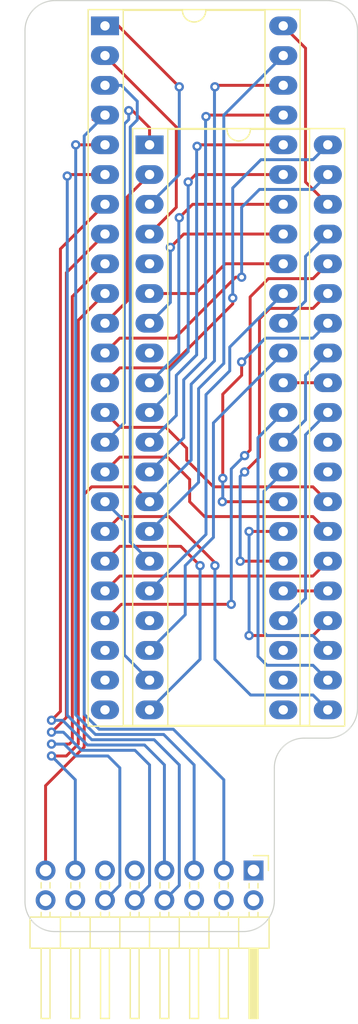
<source format=kicad_pcb>
(kicad_pcb (version 20221018) (generator pcbnew)
  (layers (0 "F.Cu" signal) (31 "B.Cu" signal) (34 "B.Paste" user) (35 "F.Paste" user) (36 "B.SilkS" user "B.Silkscreen") (37 "F.SilkS" user "F.Silkscreen") (38 "B.Mask" user) (39 "F.Mask" user) (44 "Edge.Cuts" user))
  (net 0 "")
  (net 1 "E01")
  (net 2 "E02")
  (net 3 "E03")
  (net 4 "E04")
  (net 5 "E05")
  (net 6 "E06")
  (net 7 "E07")
  (net 8 "E08")
  (net 9 "E09")
  (net 10 "E10")
  (net 11 "E11")
  (net 12 "E12")
  (net 13 "E13")
  (net 14 "E14")
  (net 15 "E15")
  (net 16 "E16")
  (net 17 "E17")
  (net 18 "E18")
  (net 19 "E19")
  (net 20 "E20")
  (net 21 "E21")
  (net 28 "E28")
  (net 29 "E29")
  (net 30 "E30")
  (net 31 "E31")
  (net 32 "E32")
  (net 33 "E33")
  (net 34 "E34")
  (net 35 "E35")
  (net 36 "E36")
  (net 37 "E37")
  (net 38 "E38")
  (net 39 "E39")
  (net 40 "E40")
  (net 41 "E41")
  (net 42 "E42")
  (net 43 "E43")
  (net 44 "E44")
  (net 45 "E45")
  (net 46 "E46")
  (net 47 "E47")
  (net 48 "E48")
  (footprint "Package_DIP:DIP-40_W15.24mm_Socket_LongPads" (layer "F.Cu") (at 147.066 70.993)
    (fp_text reference "J2")
    (fp_text value "To T48 socket")
    (fp_line (start -1.44 -1.39) (end -1.44 49.65) (stroke (width 0.12)) (layer "F.SilkS"))
    (fp_line (start -1.44 49.65) (end 16.68 49.65) (stroke (width 0.12)) (layer "F.SilkS"))
    (fp_line (start 1.56 -1.33) (end 1.56 49.59) (stroke (width 0.12)) (layer "F.SilkS"))
    (fp_line (start 1.56 49.59) (end 13.68 49.59) (stroke (width 0.12)) (layer "F.SilkS"))
    (fp_line (start 6.62 -1.33) (end 1.56 -1.33) (stroke (width 0.12)) (layer "F.SilkS"))
    (fp_line (start 13.68 -1.33) (end 8.62 -1.33) (stroke (width 0.12)) (layer "F.SilkS"))
    (fp_line (start 13.68 49.59) (end 13.68 -1.33) (stroke (width 0.12)) (layer "F.SilkS"))
    (fp_line (start 16.68 -1.39) (end -1.44 -1.39) (stroke (width 0.12)) (layer "F.SilkS"))
    (fp_line (start 16.68 49.65) (end 16.68 -1.39) (stroke (width 0.12)) (layer "F.SilkS"))
    (fp_arc (start 8.62 -1.33) (mid 7.62 -0.33) (end 6.62 -1.33) (stroke (width 0.12)) (layer "F.SilkS"))
    (pad "1" thru_hole rect (at 0 0) (size 2.4 1.6) (drill 0.8) (layers "*.Cu" "*.Mask") (net 15 "E15"))
    (pad "2" thru_hole oval (at 0 2.54) (size 2.4 1.6) (drill 0.8) (layers "*.Cu" "*.Mask") (net 11 "E11"))
    (pad "3" thru_hole oval (at 0 5.08) (size 2.4 1.6) (drill 0.8) (layers "*.Cu" "*.Mask") (net 1 "E01"))
    (pad "4" thru_hole oval (at 0 7.62) (size 2.4 1.6) (drill 0.8) (layers "*.Cu" "*.Mask") (net 2 "E02"))
    (pad "5" thru_hole oval (at 0 10.16) (size 2.4 1.6) (drill 0.8) (layers "*.Cu" "*.Mask"))
    (pad "6" thru_hole oval (at 0 12.7) (size 2.4 1.6) (drill 0.8) (layers "*.Cu" "*.Mask") (net 40 "E40"))
    (pad "7" thru_hole oval (at 0 15.24) (size 2.4 1.6) (drill 0.8) (layers "*.Cu" "*.Mask") (net 41 "E41"))
    (pad "8" thru_hole oval (at 0 17.78) (size 2.4 1.6) (drill 0.8) (layers "*.Cu" "*.Mask"))
    (pad "9" thru_hole oval (at 0 20.32) (size 2.4 1.6) (drill 0.8) (layers "*.Cu" "*.Mask") (net 42 "E42"))
    (pad "10" thru_hole oval (at 0 22.86) (size 2.4 1.6) (drill 0.8) (layers "*.Cu" "*.Mask") (net 43 "E43"))
    (pad "11" thru_hole oval (at 0 25.4) (size 2.4 1.6) (drill 0.8) (layers "*.Cu" "*.Mask") (net 44 "E44"))
    (pad "12" thru_hole oval (at 0 27.94) (size 2.4 1.6) (drill 0.8) (layers "*.Cu" "*.Mask") (net 45 "E45"))
    (pad "13" thru_hole oval (at 0 30.48) (size 2.4 1.6) (drill 0.8) (layers "*.Cu" "*.Mask") (net 46 "E46"))
    (pad "14" thru_hole oval (at 0 33.02) (size 2.4 1.6) (drill 0.8) (layers "*.Cu" "*.Mask") (net 47 "E47"))
    (pad "15" thru_hole oval (at 0 35.56) (size 2.4 1.6) (drill 0.8) (layers "*.Cu" "*.Mask") (net 3 "E03"))
    (pad "16" thru_hole oval (at 0 38.1) (size 2.4 1.6) (drill 0.8) (layers "*.Cu" "*.Mask") (net 39 "E39"))
    (pad "17" thru_hole oval (at 0 40.64) (size 2.4 1.6) (drill 0.8) (layers "*.Cu" "*.Mask"))
    (pad "18" thru_hole oval (at 0 43.18) (size 2.4 1.6) (drill 0.8) (layers "*.Cu" "*.Mask") (net 37 "E37"))
    (pad "19" thru_hole oval (at 0 45.72) (size 2.4 1.6) (drill 0.8) (layers "*.Cu" "*.Mask") (net 17 "E17"))
    (pad "20" thru_hole oval (at 0 48.26) (size 2.4 1.6) (drill 0.8) (layers "*.Cu" "*.Mask") (net 19 "E19"))
    (pad "21" thru_hole oval (at 15.24 48.26) (size 2.4 1.6) (drill 0.8) (layers "*.Cu" "*.Mask") (net 18 "E18"))
    (pad "22" thru_hole oval (at 15.24 45.72) (size 2.4 1.6) (drill 0.8) (layers "*.Cu" "*.Mask") (net 35 "E35"))
    (pad "23" thru_hole oval (at 15.24 43.18) (size 2.4 1.6) (drill 0.8) (layers "*.Cu" "*.Mask") (net 33 "E33"))
    (pad "24" thru_hole oval (at 15.24 40.64) (size 2.4 1.6) (drill 0.8) (layers "*.Cu" "*.Mask") (net 31 "E31"))
    (pad "25" thru_hole oval (at 15.24 38.1) (size 2.4 1.6) (drill 0.8) (layers "*.Cu" "*.Mask") (net 29 "E29"))
    (pad "26" thru_hole oval (at 15.24 35.56) (size 2.4 1.6) (drill 0.8) (layers "*.Cu" "*.Mask") (net 20 "E20"))
    (pad "27" thru_hole oval (at 15.24 33.02) (size 2.4 1.6) (drill 0.8) (layers "*.Cu" "*.Mask") (net 16 "E16"))
    (pad "28" thru_hole oval (at 15.24 30.48) (size 2.4 1.6) (drill 0.8) (layers "*.Cu" "*.Mask") (net 14 "E14"))
    (pad "29" thru_hole oval (at 15.24 27.94) (size 2.4 1.6) (drill 0.8) (layers "*.Cu" "*.Mask"))
    (pad "30" thru_hole oval (at 15.24 25.4) (size 2.4 1.6) (drill 0.8) (layers "*.Cu" "*.Mask"))
    (pad "31" thru_hole oval (at 15.24 22.86) (size 2.4 1.6) (drill 0.8) (layers "*.Cu" "*.Mask") (net 28 "E28"))
    (pad "32" thru_hole oval (at 15.24 20.32) (size 2.4 1.6) (drill 0.8) (layers "*.Cu" "*.Mask") (net 36 "E36"))
    (pad "33" thru_hole oval (at 15.24 17.78) (size 2.4 1.6) (drill 0.8) (layers "*.Cu" "*.Mask") (net 34 "E34"))
    (pad "34" thru_hole oval (at 15.24 15.24) (size 2.4 1.6) (drill 0.8) (layers "*.Cu" "*.Mask") (net 32 "E32"))
    (pad "35" thru_hole oval (at 15.24 12.7) (size 2.4 1.6) (drill 0.8) (layers "*.Cu" "*.Mask") (net 30 "E30"))
    (pad "36" thru_hole oval (at 15.24 10.16) (size 2.4 1.6) (drill 0.8) (layers "*.Cu" "*.Mask") (net 21 "E21"))
    (pad "37" thru_hole oval (at 15.24 7.62) (size 2.4 1.6) (drill 0.8) (layers "*.Cu" "*.Mask") (net 38 "E38"))
    (pad "38" thru_hole oval (at 15.24 5.08) (size 2.4 1.6) (drill 0.8) (layers "*.Cu" "*.Mask") (net 48 "E48"))
    (pad "39" thru_hole oval (at 15.24 2.54) (size 2.4 1.6) (drill 0.8) (layers "*.Cu" "*.Mask") (net 12 "E12"))
    (pad "40" thru_hole oval (at 15.24 0) (size 2.4 1.6) (drill 0.8) (layers "*.Cu" "*.Mask") (net 13 "E13"))
  )
  (footprint "Package_DIP:DIP-48_W15.24mm_Socket_LongPads" (layer "F.Cu") (at 143.256 60.833)
    (fp_text reference "J1")
    (fp_text value "EPROM")
    (fp_line (start -1.44 -1.39) (end -1.44 59.81) (stroke (width 0.12)) (layer "F.SilkS"))
    (fp_line (start -1.44 59.81) (end 16.68 59.81) (stroke (width 0.12)) (layer "F.SilkS"))
    (fp_line (start 1.56 -1.33) (end 1.56 59.75) (stroke (width 0.12)) (layer "F.SilkS"))
    (fp_line (start 1.56 59.75) (end 13.68 59.75) (stroke (width 0.12)) (layer "F.SilkS"))
    (fp_line (start 6.62 -1.33) (end 1.56 -1.33) (stroke (width 0.12)) (layer "F.SilkS"))
    (fp_line (start 13.68 -1.33) (end 8.62 -1.33) (stroke (width 0.12)) (layer "F.SilkS"))
    (fp_line (start 13.68 59.75) (end 13.68 -1.33) (stroke (width 0.12)) (layer "F.SilkS"))
    (fp_line (start 16.68 -1.39) (end -1.44 -1.39) (stroke (width 0.12)) (layer "F.SilkS"))
    (fp_line (start 16.68 59.81) (end 16.68 -1.39) (stroke (width 0.12)) (layer "F.SilkS"))
    (fp_arc (start 8.62 -1.33) (mid 7.62 -0.33) (end 6.62 -1.33) (stroke (width 0.12)) (layer "F.SilkS"))
    (pad "1" thru_hole rect (at 0 0) (size 2.4 1.6) (drill 0.8) (layers "*.Cu" "*.Mask") (net 1 "E01"))
    (pad "2" thru_hole oval (at 0 2.54) (size 2.4 1.6) (drill 0.8) (layers "*.Cu" "*.Mask") (net 2 "E02"))
    (pad "3" thru_hole oval (at 0 5.08) (size 2.4 1.6) (drill 0.8) (layers "*.Cu" "*.Mask") (net 3 "E03"))
    (pad "4" thru_hole oval (at 0 7.62) (size 2.4 1.6) (drill 0.8) (layers "*.Cu" "*.Mask") (net 4 "E04"))
    (pad "5" thru_hole oval (at 0 10.16) (size 2.4 1.6) (drill 0.8) (layers "*.Cu" "*.Mask") (net 5 "E05"))
    (pad "6" thru_hole oval (at 0 12.7) (size 2.4 1.6) (drill 0.8) (layers "*.Cu" "*.Mask") (net 6 "E06"))
    (pad "7" thru_hole oval (at 0 15.24) (size 2.4 1.6) (drill 0.8) (layers "*.Cu" "*.Mask") (net 7 "E07"))
    (pad "8" thru_hole oval (at 0 17.78) (size 2.4 1.6) (drill 0.8) (layers "*.Cu" "*.Mask") (net 8 "E08"))
    (pad "9" thru_hole oval (at 0 20.32) (size 2.4 1.6) (drill 0.8) (layers "*.Cu" "*.Mask") (net 9 "E09"))
    (pad "10" thru_hole oval (at 0 22.86) (size 2.4 1.6) (drill 0.8) (layers "*.Cu" "*.Mask") (net 10 "E10"))
    (pad "11" thru_hole oval (at 0 25.4) (size 2.4 1.6) (drill 0.8) (layers "*.Cu" "*.Mask") (net 11 "E11"))
    (pad "12" thru_hole oval (at 0 27.94) (size 2.4 1.6) (drill 0.8) (layers "*.Cu" "*.Mask") (net 12 "E12"))
    (pad "13" thru_hole oval (at 0 30.48) (size 2.4 1.6) (drill 0.8) (layers "*.Cu" "*.Mask") (net 13 "E13"))
    (pad "14" thru_hole oval (at 0 33.02) (size 2.4 1.6) (drill 0.8) (layers "*.Cu" "*.Mask") (net 14 "E14"))
    (pad "15" thru_hole oval (at 0 35.56) (size 2.4 1.6) (drill 0.8) (layers "*.Cu" "*.Mask") (net 15 "E15"))
    (pad "16" thru_hole oval (at 0 38.1) (size 2.4 1.6) (drill 0.8) (layers "*.Cu" "*.Mask") (net 16 "E16"))
    (pad "17" thru_hole oval (at 0 40.64) (size 2.4 1.6) (drill 0.8) (layers "*.Cu" "*.Mask") (net 17 "E17"))
    (pad "18" thru_hole oval (at 0 43.18) (size 2.4 1.6) (drill 0.8) (layers "*.Cu" "*.Mask") (net 18 "E18"))
    (pad "19" thru_hole oval (at 0 45.72) (size 2.4 1.6) (drill 0.8) (layers "*.Cu" "*.Mask") (net 19 "E19"))
    (pad "20" thru_hole oval (at 0 48.26) (size 2.4 1.6) (drill 0.8) (layers "*.Cu" "*.Mask") (net 20 "E20"))
    (pad "21" thru_hole oval (at 0 50.8) (size 2.4 1.6) (drill 0.8) (layers "*.Cu" "*.Mask") (net 21 "E21"))
    (pad "22" thru_hole oval (at 0 53.34) (size 2.4 1.6) (drill 0.8) (layers "*.Cu" "*.Mask"))
    (pad "23" thru_hole oval (at 0 55.88) (size 2.4 1.6) (drill 0.8) (layers "*.Cu" "*.Mask"))
    (pad "24" thru_hole oval (at 0 58.42) (size 2.4 1.6) (drill 0.8) (layers "*.Cu" "*.Mask"))
    (pad "25" thru_hole oval (at 15.24 58.42) (size 2.4 1.6) (drill 0.8) (layers "*.Cu" "*.Mask"))
    (pad "26" thru_hole oval (at 15.24 55.88) (size 2.4 1.6) (drill 0.8) (layers "*.Cu" "*.Mask"))
    (pad "27" thru_hole oval (at 15.24 53.34) (size 2.4 1.6) (drill 0.8) (layers "*.Cu" "*.Mask"))
    (pad "28" thru_hole oval (at 15.24 50.8) (size 2.4 1.6) (drill 0.8) (layers "*.Cu" "*.Mask") (net 28 "E28"))
    (pad "29" thru_hole oval (at 15.24 48.26) (size 2.4 1.6) (drill 0.8) (layers "*.Cu" "*.Mask") (net 29 "E29"))
    (pad "30" thru_hole oval (at 15.24 45.72) (size 2.4 1.6) (drill 0.8) (layers "*.Cu" "*.Mask") (net 30 "E30"))
    (pad "31" thru_hole oval (at 15.24 43.18) (size 2.4 1.6) (drill 0.8) (layers "*.Cu" "*.Mask") (net 31 "E31"))
    (pad "32" thru_hole oval (at 15.24 40.64) (size 2.4 1.6) (drill 0.8) (layers "*.Cu" "*.Mask") (net 32 "E32"))
    (pad "33" thru_hole oval (at 15.24 38.1) (size 2.4 1.6) (drill 0.8) (layers "*.Cu" "*.Mask") (net 33 "E33"))
    (pad "34" thru_hole oval (at 15.24 35.56) (size 2.4 1.6) (drill 0.8) (layers "*.Cu" "*.Mask") (net 34 "E34"))
    (pad "35" thru_hole oval (at 15.24 33.02) (size 2.4 1.6) (drill 0.8) (layers "*.Cu" "*.Mask") (net 35 "E35"))
    (pad "36" thru_hole oval (at 15.24 30.48) (size 2.4 1.6) (drill 0.8) (layers "*.Cu" "*.Mask") (net 36 "E36"))
    (pad "37" thru_hole oval (at 15.24 27.94) (size 2.4 1.6) (drill 0.8) (layers "*.Cu" "*.Mask") (net 37 "E37"))
    (pad "38" thru_hole oval (at 15.24 25.4) (size 2.4 1.6) (drill 0.8) (layers "*.Cu" "*.Mask") (net 38 "E38"))
    (pad "39" thru_hole oval (at 15.24 22.86) (size 2.4 1.6) (drill 0.8) (layers "*.Cu" "*.Mask") (net 39 "E39"))
    (pad "40" thru_hole oval (at 15.24 20.32) (size 2.4 1.6) (drill 0.8) (layers "*.Cu" "*.Mask") (net 40 "E40"))
    (pad "41" thru_hole oval (at 15.24 17.78) (size 2.4 1.6) (drill 0.8) (layers "*.Cu" "*.Mask") (net 41 "E41"))
    (pad "42" thru_hole oval (at 15.24 15.24) (size 2.4 1.6) (drill 0.8) (layers "*.Cu" "*.Mask") (net 42 "E42"))
    (pad "43" thru_hole oval (at 15.24 12.7) (size 2.4 1.6) (drill 0.8) (layers "*.Cu" "*.Mask") (net 43 "E43"))
    (pad "44" thru_hole oval (at 15.24 10.16) (size 2.4 1.6) (drill 0.8) (layers "*.Cu" "*.Mask") (net 44 "E44"))
    (pad "45" thru_hole oval (at 15.24 7.62) (size 2.4 1.6) (drill 0.8) (layers "*.Cu" "*.Mask") (net 45 "E45"))
    (pad "46" thru_hole oval (at 15.24 5.08) (size 2.4 1.6) (drill 0.8) (layers "*.Cu" "*.Mask") (net 46 "E46"))
    (pad "47" thru_hole oval (at 15.24 2.54) (size 2.4 1.6) (drill 0.8) (layers "*.Cu" "*.Mask") (net 47 "E47"))
    (pad "48" thru_hole oval (at 15.24 0) (size 2.4 1.6) (drill 0.8) (layers "*.Cu" "*.Mask") (net 48 "E48"))
  )
  (footprint "Connector_PinHeader_2.54mm:PinHeader_2x08_P2.54mm_Horizontal" (layer "F.Cu") (at 155.956 132.969 -90)
    (fp_text reference "J3")
    (fp_text value "To T48 ribbon")
    (fp_line (start -1.27 -1.27) (end 0 -1.27) (stroke (width 0.12)) (layer "F.SilkS"))
    (fp_line (start -1.27 0) (end -1.27 -1.27) (stroke (width 0.12)) (layer "F.SilkS"))
    (fp_line (start 1.042929 2.16) (end 1.497071 2.16) (stroke (width 0.12)) (layer "F.SilkS"))
    (fp_line (start 1.042929 2.92) (end 1.497071 2.92) (stroke (width 0.12)) (layer "F.SilkS"))
    (fp_line (start 1.042929 4.7) (end 1.497071 4.7) (stroke (width 0.12)) (layer "F.SilkS"))
    (fp_line (start 1.042929 5.46) (end 1.497071 5.46) (stroke (width 0.12)) (layer "F.SilkS"))
    (fp_line (start 1.042929 7.24) (end 1.497071 7.24) (stroke (width 0.12)) (layer "F.SilkS"))
    (fp_line (start 1.042929 8) (end 1.497071 8) (stroke (width 0.12)) (layer "F.SilkS"))
    (fp_line (start 1.042929 9.78) (end 1.497071 9.78) (stroke (width 0.12)) (layer "F.SilkS"))
    (fp_line (start 1.042929 10.54) (end 1.497071 10.54) (stroke (width 0.12)) (layer "F.SilkS"))
    (fp_line (start 1.042929 12.32) (end 1.497071 12.32) (stroke (width 0.12)) (layer "F.SilkS"))
    (fp_line (start 1.042929 13.08) (end 1.497071 13.08) (stroke (width 0.12)) (layer "F.SilkS"))
    (fp_line (start 1.042929 14.86) (end 1.497071 14.86) (stroke (width 0.12)) (layer "F.SilkS"))
    (fp_line (start 1.042929 15.62) (end 1.497071 15.62) (stroke (width 0.12)) (layer "F.SilkS"))
    (fp_line (start 1.042929 17.4) (end 1.497071 17.4) (stroke (width 0.12)) (layer "F.SilkS"))
    (fp_line (start 1.042929 18.16) (end 1.497071 18.16) (stroke (width 0.12)) (layer "F.SilkS"))
    (fp_line (start 1.11 -0.38) (end 1.497071 -0.38) (stroke (width 0.12)) (layer "F.SilkS"))
    (fp_line (start 1.11 0.38) (end 1.497071 0.38) (stroke (width 0.12)) (layer "F.SilkS"))
    (fp_line (start 3.582929 -0.38) (end 3.98 -0.38) (stroke (width 0.12)) (layer "F.SilkS"))
    (fp_line (start 3.582929 0.38) (end 3.98 0.38) (stroke (width 0.12)) (layer "F.SilkS"))
    (fp_line (start 3.582929 2.16) (end 3.98 2.16) (stroke (width 0.12)) (layer "F.SilkS"))
    (fp_line (start 3.582929 2.92) (end 3.98 2.92) (stroke (width 0.12)) (layer "F.SilkS"))
    (fp_line (start 3.582929 4.7) (end 3.98 4.7) (stroke (width 0.12)) (layer "F.SilkS"))
    (fp_line (start 3.582929 5.46) (end 3.98 5.46) (stroke (width 0.12)) (layer "F.SilkS"))
    (fp_line (start 3.582929 7.24) (end 3.98 7.24) (stroke (width 0.12)) (layer "F.SilkS"))
    (fp_line (start 3.582929 8) (end 3.98 8) (stroke (width 0.12)) (layer "F.SilkS"))
    (fp_line (start 3.582929 9.78) (end 3.98 9.78) (stroke (width 0.12)) (layer "F.SilkS"))
    (fp_line (start 3.582929 10.54) (end 3.98 10.54) (stroke (width 0.12)) (layer "F.SilkS"))
    (fp_line (start 3.582929 12.32) (end 3.98 12.32) (stroke (width 0.12)) (layer "F.SilkS"))
    (fp_line (start 3.582929 13.08) (end 3.98 13.08) (stroke (width 0.12)) (layer "F.SilkS"))
    (fp_line (start 3.582929 14.86) (end 3.98 14.86) (stroke (width 0.12)) (layer "F.SilkS"))
    (fp_line (start 3.582929 15.62) (end 3.98 15.62) (stroke (width 0.12)) (layer "F.SilkS"))
    (fp_line (start 3.582929 17.4) (end 3.98 17.4) (stroke (width 0.12)) (layer "F.SilkS"))
    (fp_line (start 3.582929 18.16) (end 3.98 18.16) (stroke (width 0.12)) (layer "F.SilkS"))
    (fp_line (start 3.98 -1.33) (end 3.98 19.11) (stroke (width 0.12)) (layer "F.SilkS"))
    (fp_line (start 3.98 1.27) (end 6.64 1.27) (stroke (width 0.12)) (layer "F.SilkS"))
    (fp_line (start 3.98 3.81) (end 6.64 3.81) (stroke (width 0.12)) (layer "F.SilkS"))
    (fp_line (start 3.98 6.35) (end 6.64 6.35) (stroke (width 0.12)) (layer "F.SilkS"))
    (fp_line (start 3.98 8.89) (end 6.64 8.89) (stroke (width 0.12)) (layer "F.SilkS"))
    (fp_line (start 3.98 11.43) (end 6.64 11.43) (stroke (width 0.12)) (layer "F.SilkS"))
    (fp_line (start 3.98 13.97) (end 6.64 13.97) (stroke (width 0.12)) (layer "F.SilkS"))
    (fp_line (start 3.98 16.51) (end 6.64 16.51) (stroke (width 0.12)) (layer "F.SilkS"))
    (fp_line (start 3.98 19.11) (end 6.64 19.11) (stroke (width 0.12)) (layer "F.SilkS"))
    (fp_line (start 6.64 -1.33) (end 3.98 -1.33) (stroke (width 0.12)) (layer "F.SilkS"))
    (fp_line (start 6.64 -0.38) (end 12.64 -0.38) (stroke (width 0.12)) (layer "F.SilkS"))
    (fp_line (start 6.64 -0.32) (end 12.64 -0.32) (stroke (width 0.12)) (layer "F.SilkS"))
    (fp_line (start 6.64 -0.2) (end 12.64 -0.2) (stroke (width 0.12)) (layer "F.SilkS"))
    (fp_line (start 6.64 -0.08) (end 12.64 -0.08) (stroke (width 0.12)) (layer "F.SilkS"))
    (fp_line (start 6.64 0.04) (end 12.64 0.04) (stroke (width 0.12)) (layer "F.SilkS"))
    (fp_line (start 6.64 0.16) (end 12.64 0.16) (stroke (width 0.12)) (layer "F.SilkS"))
    (fp_line (start 6.64 0.28) (end 12.64 0.28) (stroke (width 0.12)) (layer "F.SilkS"))
    (fp_line (start 6.64 2.16) (end 12.64 2.16) (stroke (width 0.12)) (layer "F.SilkS"))
    (fp_line (start 6.64 4.7) (end 12.64 4.7) (stroke (width 0.12)) (layer "F.SilkS"))
    (fp_line (start 6.64 7.24) (end 12.64 7.24) (stroke (width 0.12)) (layer "F.SilkS"))
    (fp_line (start 6.64 9.78) (end 12.64 9.78) (stroke (width 0.12)) (layer "F.SilkS"))
    (fp_line (start 6.64 12.32) (end 12.64 12.32) (stroke (width 0.12)) (layer "F.SilkS"))
    (fp_line (start 6.64 14.86) (end 12.64 14.86) (stroke (width 0.12)) (layer "F.SilkS"))
    (fp_line (start 6.64 17.4) (end 12.64 17.4) (stroke (width 0.12)) (layer "F.SilkS"))
    (fp_line (start 6.64 19.11) (end 6.64 -1.33) (stroke (width 0.12)) (layer "F.SilkS"))
    (fp_line (start 12.64 -0.38) (end 12.64 0.38) (stroke (width 0.12)) (layer "F.SilkS"))
    (fp_line (start 12.64 0.38) (end 6.64 0.38) (stroke (width 0.12)) (layer "F.SilkS"))
    (fp_line (start 12.64 2.16) (end 12.64 2.92) (stroke (width 0.12)) (layer "F.SilkS"))
    (fp_line (start 12.64 2.92) (end 6.64 2.92) (stroke (width 0.12)) (layer "F.SilkS"))
    (fp_line (start 12.64 4.7) (end 12.64 5.46) (stroke (width 0.12)) (layer "F.SilkS"))
    (fp_line (start 12.64 5.46) (end 6.64 5.46) (stroke (width 0.12)) (layer "F.SilkS"))
    (fp_line (start 12.64 7.24) (end 12.64 8) (stroke (width 0.12)) (layer "F.SilkS"))
    (fp_line (start 12.64 8) (end 6.64 8) (stroke (width 0.12)) (layer "F.SilkS"))
    (fp_line (start 12.64 9.78) (end 12.64 10.54) (stroke (width 0.12)) (layer "F.SilkS"))
    (fp_line (start 12.64 10.54) (end 6.64 10.54) (stroke (width 0.12)) (layer "F.SilkS"))
    (fp_line (start 12.64 12.32) (end 12.64 13.08) (stroke (width 0.12)) (layer "F.SilkS"))
    (fp_line (start 12.64 13.08) (end 6.64 13.08) (stroke (width 0.12)) (layer "F.SilkS"))
    (fp_line (start 12.64 14.86) (end 12.64 15.62) (stroke (width 0.12)) (layer "F.SilkS"))
    (fp_line (start 12.64 15.62) (end 6.64 15.62) (stroke (width 0.12)) (layer "F.SilkS"))
    (fp_line (start 12.64 17.4) (end 12.64 18.16) (stroke (width 0.12)) (layer "F.SilkS"))
    (fp_line (start 12.64 18.16) (end 6.64 18.16) (stroke (width 0.12)) (layer "F.SilkS"))
    (pad "1" thru_hole rect (at 0 0 270) (size 1.7 1.7) (drill 1) (layers "*.Cu" "*.Mask"))
    (pad "2" thru_hole oval (at 2.54 0 270) (size 1.7 1.7) (drill 1) (layers "*.Cu" "*.Mask"))
    (pad "3" thru_hole oval (at 0 2.54 270) (size 1.7 1.7) (drill 1) (layers "*.Cu" "*.Mask") (net 4 "E04"))
    (pad "4" thru_hole oval (at 2.54 2.54 270) (size 1.7 1.7) (drill 1) (layers "*.Cu" "*.Mask"))
    (pad "5" thru_hole oval (at 0 5.08 270) (size 1.7 1.7) (drill 1) (layers "*.Cu" "*.Mask") (net 5 "E05"))
    (pad "6" thru_hole oval (at 2.54 5.08 270) (size 1.7 1.7) (drill 1) (layers "*.Cu" "*.Mask"))
    (pad "7" thru_hole oval (at 0 7.62 270) (size 1.7 1.7) (drill 1) (layers "*.Cu" "*.Mask") (net 7 "E07"))
    (pad "8" thru_hole oval (at 2.54 7.62 270) (size 1.7 1.7) (drill 1) (layers "*.Cu" "*.Mask") (net 6 "E06"))
    (pad "9" thru_hole oval (at 0 10.16 270) (size 1.7 1.7) (drill 1) (layers "*.Cu" "*.Mask"))
    (pad "10" thru_hole oval (at 2.54 10.16 270) (size 1.7 1.7) (drill 1) (layers "*.Cu" "*.Mask") (net 8 "E08"))
    (pad "11" thru_hole oval (at 0 12.7 270) (size 1.7 1.7) (drill 1) (layers "*.Cu" "*.Mask"))
    (pad "12" thru_hole oval (at 2.54 12.7 270) (size 1.7 1.7) (drill 1) (layers "*.Cu" "*.Mask") (net 9 "E09"))
    (pad "13" thru_hole oval (at 0 15.24 270) (size 1.7 1.7) (drill 1) (layers "*.Cu" "*.Mask") (net 10 "E10"))
    (pad "14" thru_hole oval (at 2.54 15.24 270) (size 1.7 1.7) (drill 1) (layers "*.Cu" "*.Mask"))
    (pad "15" thru_hole oval (at 0 17.78 270) (size 1.7 1.7) (drill 1) (layers "*.Cu" "*.Mask") (net 46 "E46"))
    (pad "16" thru_hole oval (at 2.54 17.78 270) (size 1.7 1.7) (drill 1) (layers "*.Cu" "*.Mask"))
  )
  (gr_line (start 138.974104 58.674) (end 162.275184 58.674) (stroke (width 0.1)) (layer "Edge.Cuts"))
  (gr_arc (start 138.966627 138.186623) (mid 137.163095 137.439546) (end 136.416052 135.636) (stroke (width 0.1)) (layer "Edge.Cuts"))
  (gr_arc (start 157.734002 124.206) (mid 158.477951 122.409949) (end 160.274002 121.666) (stroke (width 0.1)) (layer "Edge.Cuts"))
  (gr_arc (start 157.734002 135.519623) (mid 156.952856 137.405477) (end 155.067002 138.186623) (stroke (width 0.1)) (layer "Edge.Cuts"))
  (gr_arc (start 164.846 119.107948) (mid 164.096764 120.916764) (end 162.287948 121.666) (stroke (width 0.1)) (layer "Edge.Cuts"))
  (gr_line (start 157.734002 124.206) (end 157.734002 135.519623) (stroke (width 0.1)) (layer "Edge.Cuts"))
  (gr_line (start 136.416052 135.636) (end 136.416052 61.232052) (stroke (width 0.1)) (layer "Edge.Cuts"))
  (gr_arc (start 136.416052 61.232052) (mid 137.165288 59.423236) (end 138.974104 58.674) (stroke (width 0.1)) (layer "Edge.Cuts"))
  (gr_line (start 155.067002 138.186623) (end 138.966627 138.186623) (stroke (width 0.1)) (layer "Edge.Cuts"))
  (gr_arc (start 162.275184 58.674) (mid 164.093025 59.426975) (end 164.846 61.244816) (stroke (width 0.1)) (layer "Edge.Cuts"))
  (gr_line (start 162.287948 121.666) (end 160.274002 121.666) (stroke (width 0.1)) (layer "Edge.Cuts"))
  (gr_line (start 164.846 61.244816) (end 164.846 119.107948) (stroke (width 0.1)) (layer "Edge.Cuts"))
  (segment (start 143.256 60.833) (end 144.399 60.833) (width 0.25) (layer "F.Cu") (net 1))
  (segment (start 144.399 60.833) (end 149.606 66.04) (width 0.25) (layer "F.Cu") (net 1))
  (via (at 149.606 66.04) (size 0.8) (drill 0.4) (layers "F.Cu" "B.Cu") (net 1))
  (segment (start 149.606 73.533) (end 147.066 76.073) (width 0.25) (layer "B.Cu") (net 1))
  (segment (start 149.606 66.04) (end 149.606 73.533) (width 0.25) (layer "B.Cu") (net 1))
  (segment (start 149.352 69.469) (end 149.352 76.327) (width 0.25) (layer "F.Cu") (net 2))
  (segment (start 143.256 63.373) (end 149.352 69.469) (width 0.25) (layer "F.Cu") (net 2))
  (segment (start 149.352 76.327) (end 147.066 78.613) (width 0.25) (layer "F.Cu") (net 2))
  (segment (start 146.013 68.871) (end 146.013 67.268347) (width 0.25) (layer "B.Cu") (net 3))
  (segment (start 146.013 67.268347) (end 144.657653 65.913) (width 0.25) (layer "B.Cu") (net 3))
  (segment (start 147.066 106.553) (end 145.415 104.902) (width 0.25) (layer "B.Cu") (net 3))
  (segment (start 145.415 104.902) (end 145.415 69.469) (width 0.25) (layer "B.Cu") (net 3))
  (segment (start 145.415 69.469) (end 146.013 68.871) (width 0.25) (layer "B.Cu") (net 3))
  (segment (start 144.657653 65.913) (end 143.256 65.913) (width 0.25) (layer "B.Cu") (net 3))
  (segment (start 142.875 68.834) (end 143.256 68.453) (width 0.25) (layer "F.Cu") (net 4))
  (segment (start 142.24 68.834) (end 142.875 68.834) (width 0.25) (layer "F.Cu") (net 4))
  (segment (start 141.478 70.231) (end 141.478 119.634) (width 0.25) (layer "B.Cu") (net 4))
  (segment (start 149.098 120.904) (end 153.416 125.222) (width 0.25) (layer "B.Cu") (net 4))
  (segment (start 142.748 120.904) (end 149.098 120.904) (width 0.25) (layer "B.Cu") (net 4))
  (segment (start 141.478 119.634) (end 142.748 120.904) (width 0.25) (layer "B.Cu") (net 4))
  (segment (start 153.416 125.222) (end 153.416 132.969) (width 0.25) (layer "B.Cu") (net 4))
  (segment (start 143.256 68.453) (end 141.478 70.231) (width 0.25) (layer "B.Cu") (net 4))
  (segment (start 140.7535 70.993) (end 143.256 70.993) (width 0.25) (layer "F.Cu") (net 5))
  (via (at 140.7535 70.993) (size 0.8) (drill 0.4) (layers "F.Cu" "B.Cu") (net 5))
  (segment (start 140.7535 70.993) (end 140.7535 119.6715) (width 0.25) (layer "B.Cu") (net 5))
  (segment (start 142.436 121.354) (end 148.278 121.354) (width 0.25) (layer "B.Cu") (net 5))
  (segment (start 140.7535 119.6715) (end 142.436 121.354) (width 0.25) (layer "B.Cu") (net 5))
  (segment (start 150.876 123.952) (end 150.876 132.969) (width 0.25) (layer "B.Cu") (net 5))
  (segment (start 148.278 121.354) (end 150.876 123.952) (width 0.25) (layer "B.Cu") (net 5))
  (segment (start 140.029 73.66) (end 140.156 73.533) (width 0.25) (layer "F.Cu") (net 6))
  (segment (start 140.156 73.533) (end 143.256 73.533) (width 0.25) (layer "F.Cu") (net 6))
  (via (at 140.029 73.66) (size 0.8) (drill 0.4) (layers "F.Cu" "B.Cu") (net 6))
  (segment (start 140.029 119.709) (end 142.124 121.804) (width 0.25) (layer "B.Cu") (net 6))
  (segment (start 149.606 123.952) (end 149.606 134.239) (width 0.25) (layer "B.Cu") (net 6))
  (segment (start 149.606 134.239) (end 148.336 135.509) (width 0.25) (layer "B.Cu") (net 6))
  (segment (start 147.458 121.804) (end 149.606 123.952) (width 0.25) (layer "B.Cu") (net 6))
  (segment (start 142.124 121.804) (end 147.458 121.804) (width 0.25) (layer "B.Cu") (net 6))
  (segment (start 140.029 73.66) (end 140.029 119.709) (width 0.25) (layer "B.Cu") (net 6))
  (segment (start 138.684 120.142) (end 139.446 119.38) (width 0.25) (layer "F.Cu") (net 7))
  (segment (start 139.446 79.883) (end 143.256 76.073) (width 0.25) (layer "F.Cu") (net 7))
  (segment (start 139.446 119.38) (end 139.446 79.883) (width 0.25) (layer "F.Cu") (net 7))
  (via (at 138.684 120.142) (size 0.8) (drill 0.4) (layers "F.Cu" "B.Cu") (net 7))
  (segment (start 141.747802 122.254) (end 146.638 122.254) (width 0.25) (layer "B.Cu") (net 7))
  (segment (start 138.684 120.142) (end 139.635802 120.142) (width 0.25) (layer "B.Cu") (net 7))
  (segment (start 139.635802 120.142) (end 141.747802 122.254) (width 0.25) (layer "B.Cu") (net 7))
  (segment (start 148.336 123.952) (end 148.336 132.969) (width 0.25) (layer "B.Cu") (net 7))
  (segment (start 146.638 122.254) (end 148.336 123.952) (width 0.25) (layer "B.Cu") (net 7))
  (segment (start 138.684 121.158) (end 138.693305 121.158) (width 0.25) (layer "F.Cu") (net 8))
  (segment (start 138.693305 121.158) (end 139.954 119.897305) (width 0.25) (layer "F.Cu") (net 8))
  (segment (start 139.954 81.915) (end 143.256 78.613) (width 0.25) (layer "F.Cu") (net 8))
  (segment (start 139.954 119.897305) (end 139.954 81.915) (width 0.25) (layer "F.Cu") (net 8))
  (via (at 138.684 121.158) (size 0.8) (drill 0.4) (layers "F.Cu" "B.Cu") (net 8))
  (segment (start 141.246 122.704) (end 145.818 122.704) (width 0.25) (layer "B.Cu") (net 8))
  (segment (start 139.7 121.158) (end 141.246 122.704) (width 0.25) (layer "B.Cu") (net 8))
  (segment (start 145.818 122.704) (end 147.066 123.952) (width 0.25) (layer "B.Cu") (net 8))
  (segment (start 138.684 121.158) (end 139.7 121.158) (width 0.25) (layer "B.Cu") (net 8))
  (segment (start 147.066 134.239) (end 145.796 135.509) (width 0.25) (layer "B.Cu") (net 8))
  (segment (start 147.066 123.952) (end 147.066 134.239) (width 0.25) (layer "B.Cu") (net 8))
  (segment (start 140.462 83.947) (end 143.256 81.153) (width 0.25) (layer "F.Cu") (net 9))
  (segment (start 140.462 121.92) (end 140.462 83.947) (width 0.25) (layer "F.Cu") (net 9))
  (segment (start 138.684 122.174) (end 140.208 122.174) (width 0.25) (layer "F.Cu") (net 9))
  (segment (start 140.208 122.174) (end 140.462 121.92) (width 0.25) (layer "F.Cu") (net 9))
  (via (at 138.684 122.174) (size 0.8) (drill 0.4) (layers "F.Cu" "B.Cu") (net 9))
  (segment (start 139.7635 122.174) (end 140.7795 123.19) (width 0.25) (layer "B.Cu") (net 9))
  (segment (start 144.526 124.206) (end 144.526 134.239) (width 0.25) (layer "B.Cu") (net 9))
  (segment (start 143.51 123.19) (end 144.526 124.206) (width 0.25) (layer "B.Cu") (net 9))
  (segment (start 138.684 122.174) (end 139.7635 122.174) (width 0.25) (layer "B.Cu") (net 9))
  (segment (start 140.7795 123.19) (end 143.51 123.19) (width 0.25) (layer "B.Cu") (net 9))
  (segment (start 144.526 134.239) (end 143.256 135.509) (width 0.25) (layer "B.Cu") (net 9))
  (segment (start 138.684 123.19) (end 139.954 123.19) (width 0.25) (layer "F.Cu") (net 10))
  (segment (start 140.97 122.174) (end 140.97 85.979) (width 0.25) (layer "F.Cu") (net 10))
  (segment (start 139.954 123.19) (end 140.97 122.174) (width 0.25) (layer "F.Cu") (net 10))
  (segment (start 140.97 85.979) (end 143.256 83.693) (width 0.25) (layer "F.Cu") (net 10))
  (via (at 138.684 123.19) (size 0.8) (drill 0.4) (layers "F.Cu" "B.Cu") (net 10))
  (segment (start 138.684 123.19) (end 140.716 125.222) (width 0.25) (layer "B.Cu") (net 10))
  (segment (start 140.716 125.222) (end 140.716 132.969) (width 0.25) (layer "B.Cu") (net 10))
  (segment (start 143.256 86.233) (end 145.161 84.328) (width 0.25) (layer "F.Cu") (net 11))
  (segment (start 145.161 75.438) (end 147.066 73.533) (width 0.25) (layer "F.Cu") (net 11))
  (segment (start 145.161 84.328) (end 145.161 75.438) (width 0.25) (layer "F.Cu") (net 11))
  (segment (start 144.526 87.503) (end 143.256 88.773) (width 0.25) (layer "F.Cu") (net 12))
  (segment (start 154.94 82.296) (end 154.432 82.296) (width 0.25) (layer "F.Cu") (net 12))
  (segment (start 149.225 87.503) (end 144.526 87.503) (width 0.25) (layer "F.Cu") (net 12))
  (segment (start 154.432 82.296) (end 149.225 87.503) (width 0.25) (layer "F.Cu") (net 12))
  (via (at 154.94 82.296) (size 0.8) (drill 0.4) (layers "F.Cu" "B.Cu") (net 12))
  (segment (start 154.94 82.296) (end 154.94 76.327) (width 0.25) (layer "B.Cu") (net 12))
  (segment (start 156.464 74.803) (end 161.036 74.803) (width 0.25) (layer "B.Cu") (net 12))
  (segment (start 161.036 74.803) (end 162.306 73.533) (width 0.25) (layer "B.Cu") (net 12))
  (segment (start 154.94 76.327) (end 156.464 74.803) (width 0.25) (layer "B.Cu") (net 12))
  (segment (start 144.526 90.043) (end 143.256 91.313) (width 0.25) (layer "F.Cu") (net 13))
  (segment (start 154.178 84.074) (end 154.178 84.582) (width 0.25) (layer "F.Cu") (net 13))
  (segment (start 154.178 84.582) (end 148.717 90.043) (width 0.25) (layer "F.Cu") (net 13))
  (segment (start 148.717 90.043) (end 144.526 90.043) (width 0.25) (layer "F.Cu") (net 13))
  (via (at 154.178 84.074) (size 0.8) (drill 0.4) (layers "F.Cu" "B.Cu") (net 13))
  (segment (start 156.591 72.263) (end 161.036 72.263) (width 0.25) (layer "B.Cu") (net 13))
  (segment (start 154.178 74.676) (end 156.591 72.263) (width 0.25) (layer "B.Cu") (net 13))
  (segment (start 154.178 84.074) (end 154.178 74.676) (width 0.25) (layer "B.Cu") (net 13))
  (segment (start 161.036 72.263) (end 162.306 70.993) (width 0.25) (layer "B.Cu") (net 13))
  (segment (start 162.306 101.473) (end 161.036 100.203) (width 0.25) (layer "F.Cu") (net 14))
  (segment (start 161.036 100.203) (end 152.527 100.203) (width 0.25) (layer "F.Cu") (net 14))
  (segment (start 152.527 100.203) (end 150.241 97.917) (width 0.25) (layer "F.Cu") (net 14))
  (segment (start 150.241 97.917) (end 150.241 96.901) (width 0.25) (layer "F.Cu") (net 14))
  (segment (start 150.241 96.901) (end 148.463 95.123) (width 0.25) (layer "F.Cu") (net 14))
  (segment (start 144.526 95.123) (end 143.256 93.853) (width 0.25) (layer "F.Cu") (net 14))
  (segment (start 148.463 95.123) (end 144.526 95.123) (width 0.25) (layer "F.Cu") (net 14))
  (segment (start 147.066 69.5325) (end 145.6055 68.072) (width 0.25) (layer "F.Cu") (net 15))
  (segment (start 145.6055 68.072) (end 145.288 68.072) (width 0.25) (layer "F.Cu") (net 15))
  (segment (start 147.066 70.993) (end 147.066 69.5325) (width 0.25) (layer "F.Cu") (net 15))
  (via (at 145.288 68.072) (size 0.8) (drill 0.4) (layers "F.Cu" "B.Cu") (net 15))
  (segment (start 145.288 68.072) (end 145.288 68.834) (width 0.25) (layer "B.Cu") (net 15))
  (segment (start 145.288 68.834) (end 144.907 69.215) (width 0.25) (layer "B.Cu") (net 15))
  (segment (start 144.907 69.215) (end 144.907 94.742) (width 0.25) (layer "B.Cu") (net 15))
  (segment (start 144.907 94.742) (end 143.256 96.393) (width 0.25) (layer "B.Cu") (net 15))
  (segment (start 143.256 98.933) (end 144.526 97.663) (width 0.25) (layer "F.Cu") (net 16))
  (segment (start 148.59 97.663) (end 150.495 99.568) (width 0.25) (layer "F.Cu") (net 16))
  (segment (start 161.036 102.743) (end 162.306 104.013) (width 0.25) (layer "F.Cu") (net 16))
  (segment (start 150.495 101.473) (end 151.765 102.743) (width 0.25) (layer "F.Cu") (net 16))
  (segment (start 144.526 97.663) (end 148.59 97.663) (width 0.25) (layer "F.Cu") (net 16))
  (segment (start 151.765 102.743) (end 161.036 102.743) (width 0.25) (layer "F.Cu") (net 16))
  (segment (start 150.495 99.568) (end 150.495 101.473) (width 0.25) (layer "F.Cu") (net 16))
  (segment (start 144.907 114.554) (end 144.907 103.124) (width 0.25) (layer "B.Cu") (net 17))
  (segment (start 144.907 103.124) (end 143.256 101.473) (width 0.25) (layer "B.Cu") (net 17))
  (segment (start 147.066 116.713) (end 144.907 114.554) (width 0.25) (layer "B.Cu") (net 17))
  (segment (start 144.526 102.743) (end 143.256 104.013) (width 0.25) (layer "F.Cu") (net 18))
  (segment (start 152.654 106.934) (end 152.654 106.68) (width 0.25) (layer "F.Cu") (net 18))
  (segment (start 152.654 106.68) (end 148.717 102.743) (width 0.25) (layer "F.Cu") (net 18))
  (segment (start 148.717 102.743) (end 144.526 102.743) (width 0.25) (layer "F.Cu") (net 18))
  (via (at 152.654 106.934) (size 0.8) (drill 0.4) (layers "F.Cu" "B.Cu") (net 18))
  (segment (start 152.654 114.935) (end 155.702 117.983) (width 0.25) (layer "B.Cu") (net 18))
  (segment (start 161.036 117.983) (end 162.306 119.253) (width 0.25) (layer "B.Cu") (net 18))
  (segment (start 155.702 117.983) (end 161.036 117.983) (width 0.25) (layer "B.Cu") (net 18))
  (segment (start 152.654 106.934) (end 152.654 114.935) (width 0.25) (layer "B.Cu") (net 18))
  (segment (start 151.384 106.934) (end 149.733 105.283) (width 0.25) (layer "F.Cu") (net 19))
  (segment (start 149.733 105.283) (end 144.526 105.283) (width 0.25) (layer "F.Cu") (net 19))
  (segment (start 144.526 105.283) (end 143.256 106.553) (width 0.25) (layer "F.Cu") (net 19))
  (via (at 151.384 106.934) (size 0.8) (drill 0.4) (layers "F.Cu" "B.Cu") (net 19))
  (segment (start 151.384 106.934) (end 151.384 114.935) (width 0.25) (layer "B.Cu") (net 19))
  (segment (start 151.384 114.935) (end 147.066 119.253) (width 0.25) (layer "B.Cu") (net 19))
  (segment (start 161.036 107.823) (end 162.306 106.553) (width 0.25) (layer "F.Cu") (net 20))
  (segment (start 144.526 107.823) (end 161.036 107.823) (width 0.25) (layer "F.Cu") (net 20))
  (segment (start 143.256 109.093) (end 144.526 107.823) (width 0.25) (layer "F.Cu") (net 20))
  (segment (start 161.036 82.423) (end 162.306 81.153) (width 0.25) (layer "F.Cu") (net 21))
  (segment (start 155.665 97.065) (end 155.665 83.984) (width 0.25) (layer "F.Cu") (net 21))
  (segment (start 155.665 83.984) (end 157.226 82.423) (width 0.25) (layer "F.Cu") (net 21))
  (segment (start 144.653 110.236) (end 143.256 111.633) (width 0.25) (layer "F.Cu") (net 21))
  (segment (start 154.051 110.236) (end 144.653 110.236) (width 0.25) (layer "F.Cu") (net 21))
  (segment (start 155.194 97.536) (end 155.665 97.065) (width 0.25) (layer "F.Cu") (net 21))
  (segment (start 157.226 82.423) (end 161.036 82.423) (width 0.25) (layer "F.Cu") (net 21))
  (via (at 154.051 110.236) (size 0.8) (drill 0.4) (layers "F.Cu" "B.Cu") (net 21))
  (via (at 155.194 97.536) (size 0.8) (drill 0.4) (layers "F.Cu" "B.Cu") (net 21))
  (segment (start 154.051 110.236) (end 154.051 98.679) (width 0.25) (layer "B.Cu") (net 21))
  (segment (start 154.051 98.679) (end 155.194 97.536) (width 0.25) (layer "B.Cu") (net 21))
  (segment (start 162.306 93.853) (end 160.401 95.758) (width 0.25) (layer "B.Cu") (net 28))
  (segment (start 160.401 95.758) (end 160.401 109.728) (width 0.25) (layer "B.Cu") (net 28))
  (segment (start 160.401 109.728) (end 158.496 111.633) (width 0.25) (layer "B.Cu") (net 28))
  (segment (start 162.306 109.093) (end 158.496 109.093) (width 0.25) (layer "F.Cu") (net 29))
  (segment (start 161.036 84.963) (end 162.306 83.693) (width 0.25) (layer "F.Cu") (net 30))
  (segment (start 157.353 84.963) (end 161.036 84.963) (width 0.25) (layer "F.Cu") (net 30))
  (segment (start 154.813 106.553) (end 158.496 106.553) (width 0.25) (layer "F.Cu") (net 30))
  (segment (start 155.194 98.933) (end 156.464 97.663) (width 0.25) (layer "F.Cu") (net 30))
  (segment (start 156.464 97.663) (end 156.464 85.852) (width 0.25) (layer "F.Cu") (net 30))
  (segment (start 156.464 85.852) (end 157.353 84.963) (width 0.25) (layer "F.Cu") (net 30))
  (via (at 155.194 98.933) (size 0.8) (drill 0.4) (layers "F.Cu" "B.Cu") (net 30))
  (via (at 154.813 106.553) (size 0.8) (drill 0.4) (layers "F.Cu" "B.Cu") (net 30))
  (segment (start 154.813 106.553) (end 154.813 99.314) (width 0.25) (layer "B.Cu") (net 30))
  (segment (start 154.813 99.314) (end 155.194 98.933) (width 0.25) (layer "B.Cu") (net 30))
  (segment (start 155.575 112.903) (end 161.036 112.903) (width 0.25) (layer "F.Cu") (net 31))
  (segment (start 161.036 112.903) (end 162.306 111.633) (width 0.25) (layer "F.Cu") (net 31))
  (segment (start 155.575 104.013) (end 158.496 104.013) (width 0.25) (layer "F.Cu") (net 31))
  (via (at 155.575 104.013) (size 0.8) (drill 0.4) (layers "F.Cu" "B.Cu") (net 31))
  (via (at 155.575 112.903) (size 0.8) (drill 0.4) (layers "F.Cu" "B.Cu") (net 31))
  (segment (start 155.575 112.903) (end 155.575 104.013) (width 0.25) (layer "B.Cu") (net 31))
  (segment (start 153.289 101.473) (end 158.496 101.473) (width 0.25) (layer "F.Cu") (net 32))
  (segment (start 154.94 90.678) (end 154.94 89.5355) (width 0.25) (layer "F.Cu") (net 32))
  (segment (start 153.3265 99.4785) (end 153.3265 92.2915) (width 0.25) (layer "F.Cu") (net 32))
  (segment (start 153.3265 92.2915) (end 154.94 90.678) (width 0.25) (layer "F.Cu") (net 32))
  (segment (start 154.94 89.5355) (end 154.9405 89.535) (width 0.25) (layer "F.Cu") (net 32))
  (via (at 153.3265 99.4785) (size 0.8) (drill 0.4) (layers "F.Cu" "B.Cu") (net 32))
  (via (at 153.289 101.473) (size 0.8) (drill 0.4) (layers "F.Cu" "B.Cu") (net 32))
  (via (at 154.9405 89.535) (size 0.8) (drill 0.4) (layers "F.Cu" "B.Cu") (net 32))
  (segment (start 153.3265 99.4785) (end 153.3265 101.4355) (width 0.25) (layer "B.Cu") (net 32))
  (segment (start 161.036 87.503) (end 162.306 86.233) (width 0.25) (layer "B.Cu") (net 32))
  (segment (start 154.9405 89.535) (end 156.9725 87.503) (width 0.25) (layer "B.Cu") (net 32))
  (segment (start 153.3265 101.4355) (end 153.289 101.473) (width 0.25) (layer "B.Cu") (net 32))
  (segment (start 156.9725 87.503) (end 161.036 87.503) (width 0.25) (layer "B.Cu") (net 32))
  (segment (start 156.845 112.649) (end 157.099 112.903) (width 0.25) (layer "B.Cu") (net 33))
  (segment (start 161.036 112.903) (end 162.306 114.173) (width 0.25) (layer "B.Cu") (net 33))
  (segment (start 158.496 98.933) (end 156.845 100.584) (width 0.25) (layer "B.Cu") (net 33))
  (segment (start 156.845 100.584) (end 156.845 112.649) (width 0.25) (layer "B.Cu") (net 33))
  (segment (start 157.099 112.903) (end 161.036 112.903) (width 0.25) (layer "B.Cu") (net 33))
  (segment (start 160.401 94.488) (end 160.401 90.678) (width 0.25) (layer "B.Cu") (net 34))
  (segment (start 160.401 90.678) (end 162.306 88.773) (width 0.25) (layer "B.Cu") (net 34))
  (segment (start 158.496 96.393) (end 160.401 94.488) (width 0.25) (layer "B.Cu") (net 34))
  (segment (start 156.337 114.681) (end 157.099 115.443) (width 0.25) (layer "B.Cu") (net 35))
  (segment (start 158.496 93.853) (end 156.337 96.012) (width 0.25) (layer "B.Cu") (net 35))
  (segment (start 161.036 115.443) (end 162.306 116.713) (width 0.25) (layer "B.Cu") (net 35))
  (segment (start 157.099 115.443) (end 161.036 115.443) (width 0.25) (layer "B.Cu") (net 35))
  (segment (start 156.337 96.012) (end 156.337 114.681) (width 0.25) (layer "B.Cu") (net 35))
  (segment (start 158.496 91.313) (end 162.306 91.313) (width 0.25) (layer "F.Cu") (net 36))
  (segment (start 150.114 111.125) (end 150.114 106.934) (width 0.25) (layer "B.Cu") (net 37))
  (segment (start 152.527 94.742) (end 158.496 88.773) (width 0.25) (layer "B.Cu") (net 37))
  (segment (start 152.527 104.521) (end 152.527 94.742) (width 0.25) (layer "B.Cu") (net 37))
  (segment (start 147.066 114.173) (end 150.114 111.125) (width 0.25) (layer "B.Cu") (net 37))
  (segment (start 150.114 106.934) (end 152.527 104.521) (width 0.25) (layer "B.Cu") (net 37))
  (segment (start 160.401 84.328) (end 158.496 86.233) (width 0.25) (layer "B.Cu") (net 38))
  (segment (start 162.306 78.613) (end 160.401 80.518) (width 0.25) (layer "B.Cu") (net 38))
  (segment (start 160.401 80.518) (end 160.401 84.328) (width 0.25) (layer "B.Cu") (net 38))
  (segment (start 151.892 104.267) (end 147.066 109.093) (width 0.25) (layer "B.Cu") (net 39))
  (segment (start 153.924 88.265) (end 153.924 90.297) (width 0.25) (layer "B.Cu") (net 39))
  (segment (start 158.496 83.693) (end 153.924 88.265) (width 0.25) (layer "B.Cu") (net 39))
  (segment (start 151.892 92.329) (end 151.892 104.267) (width 0.25) (layer "B.Cu") (net 39))
  (segment (start 153.924 90.297) (end 151.892 92.329) (width 0.25) (layer "B.Cu") (net 39))
  (segment (start 151.003 83.693) (end 153.543 81.153) (width 0.25) (layer "F.Cu") (net 40))
  (segment (start 147.066 83.693) (end 151.003 83.693) (width 0.25) (layer "F.Cu") (net 40))
  (segment (start 153.543 81.153) (end 158.496 81.153) (width 0.25) (layer "F.Cu") (net 40))
  (segment (start 149.987 78.613) (end 158.496 78.613) (width 0.25) (layer "F.Cu") (net 41))
  (segment (start 148.844 79.756) (end 149.987 78.613) (width 0.25) (layer "F.Cu") (net 41))
  (via (at 148.844 79.756) (size 0.8) (drill 0.4) (layers "F.Cu" "B.Cu") (net 41))
  (segment (start 148.844 79.756) (end 148.844 84.455) (width 0.25) (layer "B.Cu") (net 41))
  (segment (start 148.844 84.455) (end 147.066 86.233) (width 0.25) (layer "B.Cu") (net 41))
  (segment (start 149.606 77.216) (end 150.749 76.073) (width 0.25) (layer "F.Cu") (net 42))
  (segment (start 150.749 76.073) (end 158.496 76.073) (width 0.25) (layer "F.Cu") (net 42))
  (via (at 149.606 77.216) (size 0.8) (drill 0.4) (layers "F.Cu" "B.Cu") (net 42))
  (segment (start 149.569 88.81) (end 147.066 91.313) (width 0.25) (layer "B.Cu") (net 42))
  (segment (start 149.569 77.253) (end 149.569 88.81) (width 0.25) (layer "B.Cu") (net 42))
  (segment (start 149.606 77.216) (end 149.569 77.253) (width 0.25) (layer "B.Cu") (net 42))
  (segment (start 150.368 74.168) (end 151.003 73.533) (width 0.25) (layer "F.Cu") (net 43))
  (segment (start 151.003 73.533) (end 158.496 73.533) (width 0.25) (layer "F.Cu") (net 43))
  (via (at 150.368 74.168) (size 0.8) (drill 0.4) (layers "F.Cu" "B.Cu") (net 43))
  (segment (start 148.717 90.298396) (end 148.717 92.202) (width 0.25) (layer "B.Cu") (net 43))
  (segment (start 150.368 74.168) (end 150.368 88.647396) (width 0.25) (layer "B.Cu") (net 43))
  (segment (start 150.368 88.647396) (end 148.717 90.298396) (width 0.25) (layer "B.Cu") (net 43))
  (segment (start 148.717 92.202) (end 147.066 93.853) (width 0.25) (layer "B.Cu") (net 43))
  (segment (start 151.257 70.993) (end 158.496 70.993) (width 0.25) (layer "F.Cu") (net 44))
  (segment (start 151.13 71.12) (end 151.257 70.993) (width 0.25) (layer "F.Cu") (net 44))
  (via (at 151.13 71.12) (size 0.8) (drill 0.4) (layers "F.Cu" "B.Cu") (net 44))
  (segment (start 151.093 71.157) (end 151.093 88.937) (width 0.25) (layer "B.Cu") (net 44))
  (segment (start 149.352 94.107) (end 147.066 96.393) (width 0.25) (layer "B.Cu") (net 44))
  (segment (start 151.093 88.937) (end 149.352 90.678) (width 0.25) (layer "B.Cu") (net 44))
  (segment (start 151.13 71.12) (end 151.093 71.157) (width 0.25) (layer "B.Cu") (net 44))
  (segment (start 149.352 90.678) (end 149.352 94.107) (width 0.25) (layer "B.Cu") (net 44))
  (segment (start 152.0185 68.453) (end 158.496 68.453) (width 0.25) (layer "F.Cu") (net 45))
  (segment (start 151.892 68.5795) (end 152.0185 68.453) (width 0.25) (layer "F.Cu") (net 45))
  (via (at 151.892 68.5795) (size 0.8) (drill 0.4) (layers "F.Cu" "B.Cu") (net 45))
  (segment (start 149.987 91.059) (end 149.987 96.012) (width 0.25) (layer "B.Cu") (net 45))
  (segment (start 151.855 68.6165) (end 151.855 89.191) (width 0.25) (layer "B.Cu") (net 45))
  (segment (start 151.892 68.5795) (end 151.855 68.6165) (width 0.25) (layer "B.Cu") (net 45))
  (segment (start 149.987 96.012) (end 147.066 98.933) (width 0.25) (layer "B.Cu") (net 45))
  (segment (start 151.855 89.191) (end 149.987 91.059) (width 0.25) (layer "B.Cu") (net 45))
  (segment (start 142.113 100.203) (end 141.478 100.838) (width 0.25) (layer "F.Cu") (net 46))
  (segment (start 147.066 101.473) (end 145.796 100.203) (width 0.25) (layer "F.Cu") (net 46))
  (segment (start 152.654 66.04) (end 152.781 65.913) (width 0.25) (layer "F.Cu") (net 46))
  (segment (start 141.478 100.838) (end 141.478 122.428) (width 0.25) (layer "F.Cu") (net 46))
  (segment (start 152.781 65.913) (end 158.496 65.913) (width 0.25) (layer "F.Cu") (net 46))
  (segment (start 138.176 125.73) (end 138.176 132.969) (width 0.25) (layer "F.Cu") (net 46))
  (segment (start 145.796 100.203) (end 142.113 100.203) (width 0.25) (layer "F.Cu") (net 46))
  (segment (start 141.478 122.428) (end 138.176 125.73) (width 0.25) (layer "F.Cu") (net 46))
  (via (at 152.654 66.04) (size 0.8) (drill 0.4) (layers "F.Cu" "B.Cu") (net 46))
  (segment (start 150.622 91.44) (end 150.622 97.917) (width 0.25) (layer "B.Cu") (net 46))
  (segment (start 150.622 97.917) (end 147.066 101.473) (width 0.25) (layer "B.Cu") (net 46))
  (segment (start 152.654 66.04) (end 152.617 66.077) (width 0.25) (layer "B.Cu") (net 46))
  (segment (start 152.617 66.077) (end 152.617 89.445) (width 0.25) (layer "B.Cu") (net 46))
  (segment (start 152.617 89.445) (end 150.622 91.44) (width 0.25) (layer "B.Cu") (net 46))
  (segment (start 153.416 68.453) (end 158.496 63.373) (width 0.25) (layer "B.Cu") (net 47))
  (segment (start 151.257 91.821) (end 153.416 89.662) (width 0.25) (layer "B.Cu") (net 47))
  (segment (start 147.066 104.013) (end 151.257 99.822) (width 0.25) (layer "B.Cu") (net 47))
  (segment (start 151.257 99.822) (end 151.257 91.821) (width 0.25) (layer "B.Cu") (net 47))
  (segment (start 153.416 89.662) (end 153.416 68.453) (width 0.25) (layer "B.Cu") (net 47))
  (segment (start 160.401 74.168) (end 160.401 62.738) (width 0.25) (layer "F.Cu") (net 48))
  (segment (start 160.401 62.738) (end 158.496 60.833) (width 0.25) (layer "F.Cu") (net 48))
  (segment (start 162.306 76.073) (end 160.401 74.168) (width 0.25) (layer "F.Cu") (net 48))
)
</source>
